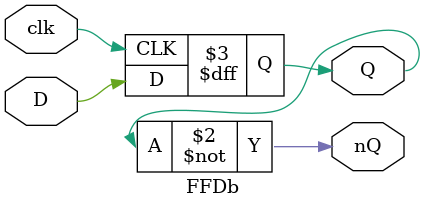
<source format=v>
/* * * * * * * * * * * * * * * * * * * * * * * * * * * * * * * * * * * * * * * 
 * Module: Flip-flop D                                                       * 
 * Verilog style: Behavioral                                                 * 
 * Reset: N/A                                                                * 
 * Author: Ricardo Menotti <menotti AT ufscar DOT br>                        * 
 * * * * * * * * * * * * * * * * * * * * * * * * * * * * * * * * * * * * * * */

module FFDb(
    input clk, D,
    output reg Q,
    output nQ);

    always@(posedge clk)
        Q = D;

    assign nQ = ~Q;
endmodule
</source>
